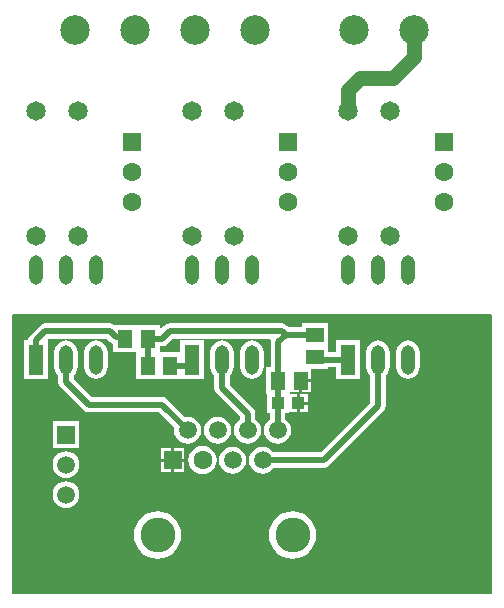
<source format=gbr>
%FSDAX24Y24*%
%MOIN*%
%SFA1B1*%

%IPPOS*%
%ADD10R,0.051200X0.059100*%
%ADD11R,0.059100X0.051200*%
%ADD12R,0.043300X0.039400*%
%ADD13C,0.020000*%
%ADD14C,0.050000*%
%ADD15R,0.059100X0.059100*%
%ADD16C,0.059100*%
%ADD17R,0.047200X0.098400*%
%ADD18O,0.047200X0.098400*%
%ADD19C,0.065000*%
%ADD20C,0.098400*%
%ADD21R,0.063000X0.063000*%
%ADD22C,0.063000*%
%ADD23C,0.059100*%
%ADD24R,0.059100X0.059100*%
%ADD25C,0.063000*%
%ADD26C,0.116100*%
%ADD30C,0.010000*%
%ADD50C,0.005000*%
%ADD51C,0.040000*%
%ADD52C,0.080000*%
%ADD53C,0.160000*%
%ADD54C,0.320000*%
%LNde-130418_copper_signal_top-1*%
%LPD*%
G54D50*
X015975Y000025D02*
X000025D01*
Y009275*
X015975*
Y000025*
G54D30*
X015925Y000075D02*
X000075D01*
Y009225*
X015925*
Y000075*
G54D13*
X015825Y000174D02*
X000174Y000175D01*
X000175Y009125*
X015825*
Y000174*
G54D51*
X015625Y000374D02*
X000374D01*
Y008924*
X015625Y008925*
Y000374*
G54D52*
X015225Y000774D02*
X000774Y000774D01*
X000774Y008524*
X015225*
Y000774*
G54D53*
X014425Y001574D02*
X001574D01*
Y007724*
X014425*
Y001574*
G54D54*
X012825Y003174D02*
X003174D01*
X003174Y006124*
X012825*
Y003174*
%LNde-130418_copper_signal_top-2*%
%LPC*%
G36*
X010545Y009030D02*
X009655D01*
Y008879*
X009232*
X009180Y008930*
X009098Y008985*
X009000Y009005*
X005250*
X005152Y008985*
X005070Y008930*
X004976Y008837*
X004930Y008856*
Y008945*
X003408*
X003348Y008985*
X003250Y009005*
X001100*
X001002Y008985*
X000920Y008930*
X000620Y008630*
X000564Y008548*
X000545Y008450*
Y008442*
X000414*
Y007158*
X001186*
Y008442*
X001204Y008485*
X001213Y008495*
X003144*
X003270Y008370*
X003352Y008315*
X003370Y008311*
Y008055*
X004074*
X004120Y008045*
Y007155*
X005680*
Y007158*
X006386*
Y008442*
X005614*
Y008045*
X004976*
X004930Y008055*
Y008243*
X004998*
X005096Y008263*
X005178Y008318*
X005356Y008495*
X008601*
X008635Y008445*
X008621Y008374*
Y007545*
X008470*
Y006655*
X008499*
Y006003*
X008595*
Y005815*
X008532Y005767*
X008461Y005674*
X008416Y005566*
X008401Y005450*
X008416Y005333*
X008461Y005225*
X008532Y005132*
X008625Y005061*
X008734Y005016*
X008850Y005000*
X008966Y005016*
X009075Y005061*
X009168Y005132*
X009239Y005225*
X009284Y005333*
X009299Y005450*
X009284Y005566*
X009239Y005674*
X009168Y005767*
X009105Y005815*
Y006003*
X009232*
Y006053*
X009485*
Y006350*
Y006647*
X009329*
X009282Y006655*
Y006705*
X009574*
Y007100*
X009624*
Y007150*
X009980*
Y007470*
X010545*
Y007545*
X010814*
Y007158*
X011586*
Y008442*
X010814*
Y008055*
X010545*
Y008218*
Y009030*
G37*
G36*
X013200Y008445D02*
X013099Y008432D01*
X013005Y008393*
X012925Y008331*
X012863Y008251*
X012824Y008157*
X012810Y008056*
Y007544*
X012824Y007443*
X012863Y007349*
X012925Y007269*
X013005Y007207*
X013099Y007168*
X013200Y007155*
X013301Y007168*
X013395Y007207*
X013475Y007269*
X013537Y007349*
X013576Y007443*
X013590Y007544*
Y008056*
X013576Y008157*
X013537Y008251*
X013475Y008331*
X013395Y008393*
X013301Y008432*
X013200Y008445*
G37*
G36*
X008000D02*
X007899Y008432D01*
X007805Y008393*
X007725Y008331*
X007663Y008251*
X007624Y008157*
X007610Y008056*
Y007544*
X007624Y007443*
X007663Y007349*
X007725Y007269*
X007805Y007207*
X007899Y007168*
X008000Y007155*
X008101Y007168*
X008195Y007207*
X008275Y007269*
X008337Y007349*
X008376Y007443*
X008390Y007544*
Y008056*
X008376Y008157*
X008337Y008251*
X008275Y008331*
X008195Y008393*
X008101Y008432*
X008000Y008445*
G37*
G36*
X002800D02*
X002699Y008432D01*
X002605Y008393*
X002525Y008331*
X002463Y008251*
X002424Y008157*
X002410Y008056*
Y007544*
X002424Y007443*
X002463Y007349*
X002525Y007269*
X002605Y007207*
X002699Y007168*
X002800Y007155*
X002901Y007168*
X002995Y007207*
X003075Y007269*
X003137Y007349*
X003176Y007443*
X003190Y007544*
Y008056*
X003176Y008157*
X003137Y008251*
X003075Y008331*
X002995Y008393*
X002901Y008432*
X002800Y008445*
G37*
G36*
X009980Y007050D02*
X009674D01*
Y006705*
X009980*
Y007050*
G37*
G36*
X009851Y006647D02*
X009585D01*
Y006400*
X009851*
Y006647*
G37*
G36*
Y006300D02*
X009585D01*
Y006053*
X009851*
Y006300*
G37*
G36*
X001800Y008445D02*
X001699Y008432D01*
X001605Y008393*
X001525Y008331*
X001463Y008251*
X001424Y008157*
X001410Y008056*
Y007544*
X001424Y007443*
X001463Y007349*
X001525Y007269*
X001545Y007253*
Y007050*
X001565Y006952*
X001620Y006870*
X002370Y006120*
X002452Y006065*
X002550Y006045*
X004894*
X005411Y005528*
X005401Y005450*
X005416Y005333*
X005461Y005225*
X005532Y005132*
X005625Y005061*
X005734Y005016*
X005850Y005000*
X005966Y005016*
X006075Y005061*
X006168Y005132*
X006239Y005225*
X006284Y005333*
X006299Y005450*
X006284Y005566*
X006239Y005674*
X006168Y005767*
X006075Y005839*
X005966Y005883*
X005850Y005899*
X005772Y005888*
X005180Y006480*
X005097Y006535*
X005000Y006555*
X002656*
X002055Y007156*
Y007253*
X002075Y007269*
X002137Y007349*
X002176Y007443*
X002190Y007544*
Y008056*
X002176Y008157*
X002137Y008251*
X002075Y008331*
X001995Y008393*
X001901Y008432*
X001800Y008445*
G37*
G36*
X007000D02*
X006899Y008432D01*
X006805Y008393*
X006725Y008331*
X006663Y008251*
X006624Y008157*
X006610Y008056*
Y007544*
X006624Y007443*
X006663Y007349*
X006725Y007269*
X006745Y007253*
Y006850*
X006765Y006752*
X006820Y006670*
X007595Y005894*
Y005815*
X007532Y005767*
X007461Y005674*
X007416Y005566*
X007401Y005450*
X007416Y005333*
X007461Y005225*
X007532Y005132*
X007625Y005061*
X007734Y005016*
X007850Y005000*
X007966Y005016*
X008075Y005061*
X008168Y005132*
X008239Y005225*
X008284Y005333*
X008299Y005450*
X008284Y005566*
X008239Y005674*
X008168Y005767*
X008105Y005815*
Y006000*
X008085Y006098*
X008030Y006180*
X007255Y006956*
Y007253*
X007275Y007269*
X007337Y007349*
X007376Y007443*
X007390Y007544*
Y008056*
X007376Y008157*
X007337Y008251*
X007275Y008331*
X007195Y008393*
X007101Y008432*
X007000Y008445*
G37*
G36*
X006850Y005899D02*
X006734Y005883D01*
X006625Y005839*
X006532Y005767*
X006461Y005674*
X006416Y005566*
X006401Y005450*
X006416Y005333*
X006461Y005225*
X006532Y005132*
X006625Y005061*
X006734Y005016*
X006850Y005000*
X006966Y005016*
X007075Y005061*
X007168Y005132*
X007239Y005225*
X007284Y005333*
X007299Y005450*
X007284Y005566*
X007239Y005674*
X007168Y005767*
X007075Y005839*
X006966Y005883*
X006850Y005899*
G37*
G36*
X002245Y005745D02*
X001355D01*
Y004855*
X002245*
Y005745*
G37*
G36*
X012200Y008445D02*
X012099Y008432D01*
X012005Y008393*
X011925Y008331*
X011863Y008251*
X011824Y008157*
X011810Y008056*
Y007544*
X011824Y007443*
X011863Y007349*
X011925Y007269*
X011945Y007253*
Y006356*
X010294Y004705*
X008716*
X008668Y004767*
X008575Y004839*
X008466Y004883*
X008350Y004899*
X008234Y004883*
X008125Y004839*
X008032Y004767*
X007961Y004674*
X007916Y004566*
X007901Y004450*
X007916Y004333*
X007961Y004225*
X008032Y004132*
X008125Y004061*
X008234Y004016*
X008350Y004000*
X008466Y004016*
X008575Y004061*
X008668Y004132*
X008716Y004195*
X010400*
X010497Y004214*
X010580Y004269*
X012380Y006070*
X012435Y006152*
X012455Y006250*
Y007253*
X012475Y007269*
X012537Y007349*
X012576Y007443*
X012590Y007544*
Y008056*
X012576Y008157*
X012537Y008251*
X012475Y008331*
X012395Y008393*
X012301Y008432*
X012200Y008445*
G37*
G36*
X005745Y004845D02*
X005400D01*
Y004500*
X005745*
Y004845*
G37*
G36*
X005300D02*
X004955D01*
Y004500*
X005300*
Y004845*
G37*
G36*
X005745Y004400D02*
X005400D01*
Y004054*
X005745*
Y004400*
G37*
G36*
X005300D02*
X004955D01*
Y004054*
X005300*
Y004400*
G37*
G36*
X007350Y004899D02*
X007234Y004883D01*
X007125Y004839*
X007032Y004767*
X006961Y004674*
X006916Y004566*
X006901Y004450*
X006916Y004333*
X006961Y004225*
X007032Y004132*
X007125Y004061*
X007234Y004016*
X007350Y004000*
X007466Y004016*
X007575Y004061*
X007668Y004132*
X007739Y004225*
X007784Y004333*
X007799Y004450*
X007784Y004566*
X007739Y004674*
X007668Y004767*
X007575Y004839*
X007466Y004883*
X007350Y004899*
G37*
G36*
X006350Y004919D02*
X006229Y004903D01*
X006116Y004856*
X006018Y004781*
X005944Y004684*
X005897Y004571*
X005881Y004450*
X005897Y004328*
X005944Y004215*
X006018Y004118*
X006116Y004043*
X006229Y003997*
X006350Y003981*
X006471Y003997*
X006584Y004043*
X006682Y004118*
X006756Y004215*
X006803Y004328*
X006819Y004450*
X006803Y004571*
X006756Y004684*
X006682Y004781*
X006584Y004856*
X006471Y004903*
X006350Y004919*
G37*
G36*
X001800Y004749D02*
X001684Y004734D01*
X001575Y004689*
X001482Y004618*
X001411Y004525*
X001366Y004416*
X001351Y004300*
X001366Y004184*
X001411Y004075*
X001482Y003982*
X001575Y003911*
X001684Y003866*
X001800Y003851*
X001916Y003866*
X002025Y003911*
X002118Y003982*
X002189Y004075*
X002234Y004184*
X002249Y004300*
X002234Y004416*
X002189Y004525*
X002118Y004618*
X002025Y004689*
X001916Y004734*
X001800Y004749*
G37*
G36*
Y003749D02*
X001684Y003734D01*
X001575Y003689*
X001482Y003618*
X001411Y003525*
X001366Y003416*
X001351Y003300*
X001366Y003184*
X001411Y003075*
X001482Y002982*
X001575Y002911*
X001684Y002866*
X001800Y002851*
X001916Y002866*
X002025Y002911*
X002118Y002982*
X002189Y003075*
X002234Y003184*
X002249Y003300*
X002234Y003416*
X002189Y003525*
X002118Y003618*
X002025Y003689*
X001916Y003734*
X001800Y003749*
G37*
G36*
X009350Y002743D02*
X009195Y002728D01*
X009046Y002683*
X008909Y002609*
X008789Y002511*
X008690Y002391*
X008617Y002253*
X008572Y002104*
X008556Y001950*
X008572Y001795*
X008617Y001646*
X008690Y001509*
X008789Y001388*
X008909Y001290*
X009046Y001216*
X009195Y001171*
X009350Y001156*
X009505Y001171*
X009654Y001216*
X009791Y001290*
X009911Y001388*
X010010Y001509*
X010083Y001646*
X010128Y001795*
X010144Y001950*
X010128Y002104*
X010083Y002253*
X010010Y002391*
X009911Y002511*
X009791Y002609*
X009654Y002683*
X009505Y002728*
X009350Y002743*
G37*
G36*
X004850D02*
X004695Y002728D01*
X004546Y002683*
X004409Y002609*
X004289Y002511*
X004190Y002391*
X004117Y002253*
X004072Y002104*
X004056Y001950*
X004072Y001795*
X004117Y001646*
X004190Y001509*
X004289Y001388*
X004409Y001290*
X004546Y001216*
X004695Y001171*
X004850Y001156*
X005005Y001171*
X005154Y001216*
X005291Y001290*
X005411Y001388*
X005510Y001509*
X005583Y001646*
X005628Y001795*
X005644Y001950*
X005628Y002104*
X005583Y002253*
X005510Y002391*
X005411Y002511*
X005291Y002609*
X005154Y002683*
X005005Y002728*
X004850Y002743*
G37*
%LNde-130418_copper_signal_top-3*%
%LPD*%
G54D10*
X005274Y007600D03*
X004526D03*
X003776Y008500D03*
X004524D03*
X008876Y007100D03*
X009624D03*
G54D11*
X010100Y007876D03*
Y008624D03*
G54D12*
X008865Y006350D03*
X009535D03*
G54D13*
X008850Y005450D02*
Y007074D01*
X008876Y008374D02*
X009126Y008624D01*
X008876Y007100D02*
Y008374D01*
X008850Y007074D02*
X008876Y007100D01*
X004526Y008498D02*
X004998D01*
X005250Y008750*
X009000*
X009126Y008624*
X010100*
X003726Y008550D02*
X003776Y008500D01*
X003450Y008550D02*
X003726D01*
X003250Y008750D02*
X003450Y008550D01*
X001100Y008750D02*
X003250D01*
X000800Y008450D02*
X001100Y008750D01*
X000800Y007800D02*
Y008450D01*
X004526Y007600D02*
Y008498D01*
X005274Y007600D02*
X005800D01*
X010100Y007926D02*
X010226Y007800D01*
X011200*
X012200Y006250D02*
Y007800D01*
X010400Y004450D02*
X012200Y006250D01*
X008350Y004450D02*
X010400D01*
X007000Y006850D02*
Y007800D01*
Y006850D02*
X007850Y006000D01*
Y005450D02*
Y006000D01*
X001800Y007050D02*
Y007800D01*
Y007050D02*
X002550Y006300D01*
X005000*
X005850Y005450*
G54D14*
X013384Y017884D02*
Y018800D01*
X012700Y017200D02*
X013384Y017884D01*
X011600Y017200D02*
X012700D01*
X011200Y016077D02*
Y016800D01*
X011600Y017200*
G54D15*
X001800Y005300D03*
G54D16*
X001800Y004300D03*
Y003300D03*
G54D17*
X006000Y007800D03*
X000800D03*
X011200D03*
G54D18*
X007000Y007800D03*
X008000D03*
X006000Y010800D03*
X007000D03*
X008000D03*
X001800Y007800D03*
X002800D03*
X000800Y010800D03*
X001800D03*
X002800D03*
X012200Y007800D03*
X013200D03*
X011200Y010800D03*
X012200D03*
X013200D03*
G54D19*
X012600Y011923D03*
Y016077D03*
X011200Y011923D03*
Y016077D03*
X002200Y011923D03*
Y016077D03*
X000800Y011923D03*
Y016077D03*
X006000Y011923D03*
Y016077D03*
X007400Y011923D03*
Y016077D03*
G54D20*
X011416Y018800D03*
X013384D03*
X006116D03*
X008084D03*
X002116D03*
X004084D03*
G54D21*
X014400Y015060D03*
X009200D03*
X004000D03*
G54D22*
X014400Y014060D03*
Y013060D03*
X009200Y014060D03*
Y013060D03*
X004000Y014060D03*
Y013060D03*
G54D23*
X008850Y005450D03*
X005850D03*
X008350Y004450D03*
X007850Y005450D03*
X006850D03*
X007350Y004450D03*
G54D24*
X005350Y004450D03*
G54D25*
X006350Y004450D03*
G54D26*
X004850Y001950D03*
X009350D03*
M02*
</source>
